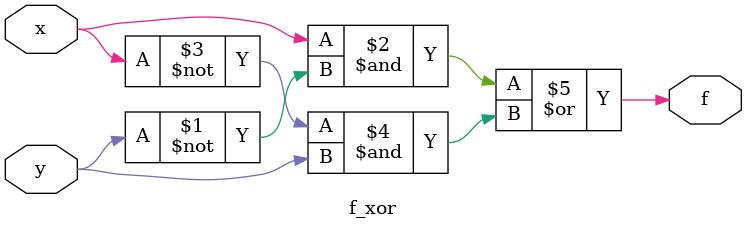
<source format=v>
module f_xor(x,y,f);
input x,y;
output f;
assign f = (x&~y)|(~x&y);
endmodule

</source>
